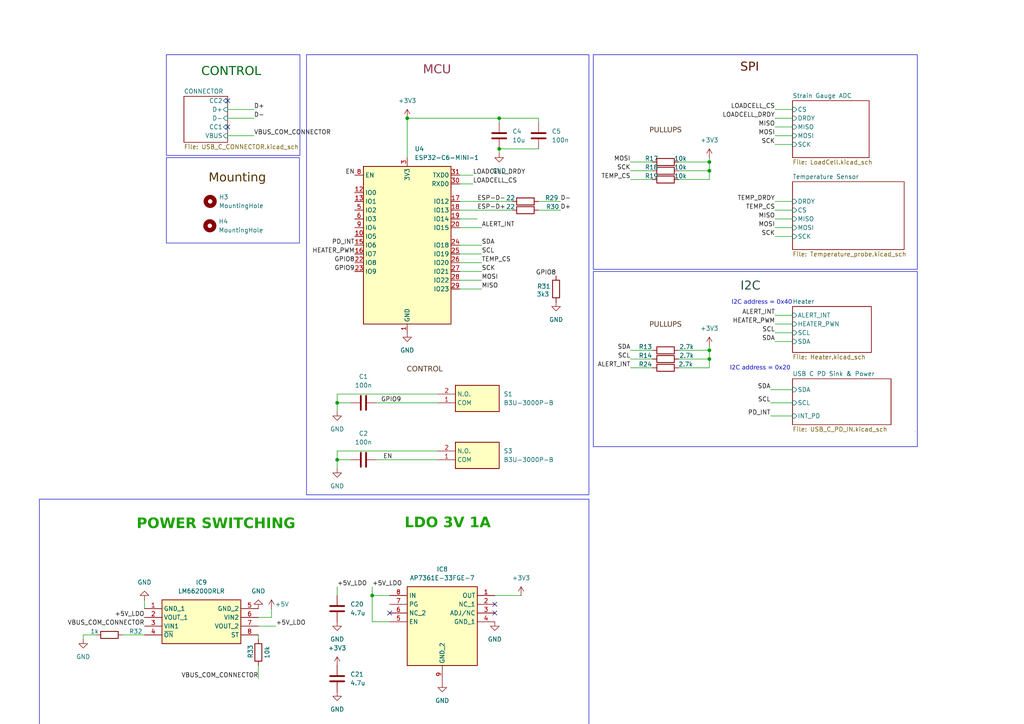
<source format=kicad_sch>
(kicad_sch (version 20250114) (generator "eeschema") (generator_version "9.0")
  (paper "A4")
  (lib_symbols
    (symbol "Device:C" (pin_numbers (hide yes)) (pin_names (offset 0.254))
      (property "Reference" "C" (at 0.635 2.54 0))
      (property "Value" "C" (at 0.635 -2.54 0))
      (symbol "C_0_1"
        (polyline (pts (xy -2.032 0.762) (xy 2.032 0.762)) (stroke (width 0.508)))
        (polyline (pts (xy -2.032 -0.762) (xy 2.032 -0.762)) (stroke (width 0.508)))
      )
      (symbol "C_1_1"
        (pin passive line (at 0 3.81 270) (length 2.794) (name "~") (number "1"))
        (pin passive line (at 0 -3.81 90) (length 2.794) (name "~") (number "2"))
      )
    )
    (symbol "Device:R" (pin_numbers (hide yes)) (pin_names (offset 0))
      (property "Reference" "R" (at 2.032 0 90))
      (property "Value" "R" (at 0 0 90))
      (symbol "R_0_1"
        (rectangle (start -1.016 -2.54) (end 1.016 2.54) (stroke (width 0.254)))
      )
      (symbol "R_1_1"
        (pin passive line (at 0 3.81 270) (length 1.27) (name "~") (number "1"))
        (pin passive line (at 0 -3.81 90) (length 1.27) (name "~") (number "2"))
      )
    )
    (symbol "Mechanical:MountingHole" (pin_names (offset 1.016)) (in_bom no)
      (property "Reference" "H" (at 0 5.08 0))
      (property "Value" "MountingHole" (at 0 3.175 0))
      (symbol "MountingHole_0_1"
        (circle (center 0 0) (radius 1.27) (stroke (width 1.27)))
      )
    )
    (symbol "RF_Module:ESP32-C6-MINI-1"
      (property "Reference" "U" (at -11.43 24.13 0))
      (property "Value" "ESP32-C6-MINI-1" (at 12.7 24.13 0))
      (symbol "ESP32-C6-MINI-1_0_1"
        (rectangle (start -12.7 22.86) (end 12.7 -22.86) (stroke (width 0.254)) (fill (type background)))
      )
      (symbol "ESP32-C6-MINI-1_1_1"
        (pin input line (at -15.24 20.32 0) (length 2.54) (name "EN") (number "8"))
        (pin bidirectional line (at -15.24 15.24 0) (length 2.54) (name "IO0") (number "12"))
        (pin bidirectional line (at -15.24 12.7 0) (length 2.54) (name "IO1") (number "13"))
        (pin bidirectional line (at -15.24 10.16 0) (length 2.54) (name "IO2") (number "5"))
        (pin bidirectional line (at -15.24 7.62 0) (length 2.54) (name "IO3") (number "6"))
        (pin bidirectional line (at -15.24 5.08 0) (length 2.54) (name "IO4") (number "9"))
        (pin bidirectional line (at -15.24 2.54 0) (length 2.54) (name "IO5") (number "10"))
        (pin bidirectional line (at -15.24 0 0) (length 2.54) (name "IO6") (number "15"))
        (pin bidirectional line (at -15.24 -2.54 0) (length 2.54) (name "IO7") (number "16"))
        (pin bidirectional line (at -15.24 -5.08 0) (length 2.54) (name "IO8") (number "22"))
        (pin bidirectional line (at -15.24 -7.62 0) (length 2.54) (name "IO9") (number "23"))
        (pin no_connect line (at -12.7 -12.7 0) (length 2.54) (hide yes) (name "NC") (number "32"))
        (pin no_connect line (at -12.7 -15.24 0) (length 2.54) (hide yes) (name "NC") (number "33"))
        (pin no_connect line (at -12.7 -17.78 0) (length 2.54) (hide yes) (name "NC") (number "34"))
        (pin no_connect line (at -12.7 -20.32 0) (length 2.54) (hide yes) (name "NC") (number "35"))
        (pin power_in line (at 0 25.4 270) (length 2.54) (name "3V3") (number "3"))
        (pin power_in line (at 0 -25.4 90) (length 2.54) (name "GND") (number "1"))
        (pin passive line (at 0 -25.4 90) (length 2.54) (hide yes) (name "GND") (number "11"))
        (pin passive line (at 0 -25.4 90) (length 2.54) (hide yes) (name "GND") (number "14"))
        (pin passive line (at 0 -25.4 90) (length 2.54) (hide yes) (name "GND") (number "2"))
        (pin passive line (at 0 -25.4 90) (length 2.54) (hide yes) (name "GND") (number "36"))
        (pin passive line (at 0 -25.4 90) (length 2.54) (hide yes) (name "GND") (number "37"))
        (pin passive line (at 0 -25.4 90) (length 2.54) (hide yes) (name "GND") (number "38"))
        (pin passive line (at 0 -25.4 90) (length 2.54) (hide yes) (name "GND") (number "39"))
        (pin passive line (at 0 -25.4 90) (length 2.54) (hide yes) (name "GND") (number "40"))
        (pin passive line (at 0 -25.4 90) (length 2.54) (hide yes) (name "GND") (number "41"))
        (pin passive line (at 0 -25.4 90) (length 2.54) (hide yes) (name "GND") (number "42"))
        (pin passive line (at 0 -25.4 90) (length 2.54) (hide yes) (name "GND") (number "43"))
        (pin passive line (at 0 -25.4 90) (length 2.54) (hide yes) (name "GND") (number "44"))
        (pin passive line (at 0 -25.4 90) (length 2.54) (hide yes) (name "GND") (number "45"))
        (pin passive line (at 0 -25.4 90) (length 2.54) (hide yes) (name "GND") (number "46"))
        (pin passive line (at 0 -25.4 90) (length 2.54) (hide yes) (name "GND") (number "47"))
        (pin passive line (at 0 -25.4 90) (length 2.54) (hide yes) (name "GND") (number "48"))
        (pin passive line (at 0 -25.4 90) (length 2.54) (hide yes) (name "GND") (number "49"))
        (pin passive line (at 0 -25.4 90) (length 2.54) (hide yes) (name "GND") (number "50"))
        (pin passive line (at 0 -25.4 90) (length 2.54) (hide yes) (name "GND") (number "51"))
        (pin passive line (at 0 -25.4 90) (length 2.54) (hide yes) (name "GND") (number "52"))
        (pin passive line (at 0 -25.4 90) (length 2.54) (hide yes) (name "GND") (number "53"))
        (pin no_connect line (at 12.7 -15.24 180) (length 2.54) (hide yes) (name "NC") (number "4"))
        (pin no_connect line (at 12.7 -17.78 180) (length 2.54) (hide yes) (name "NC") (number "7"))
        (pin no_connect line (at 12.7 -20.32 180) (length 2.54) (hide yes) (name "NC") (number "21"))
        (pin bidirectional line (at 15.24 20.32 180) (length 2.54) (name "TXD0") (number "31"))
        (pin bidirectional line (at 15.24 17.78 180) (length 2.54) (name "RXD0") (number "30"))
        (pin bidirectional line (at 15.24 12.7 180) (length 2.54) (name "IO12") (number "17"))
        (pin bidirectional line (at 15.24 10.16 180) (length 2.54) (name "IO13") (number "18"))
        (pin bidirectional line (at 15.24 7.62 180) (length 2.54) (name "IO14") (number "19"))
        (pin bidirectional line (at 15.24 5.08 180) (length 2.54) (name "IO15") (number "20"))
        (pin bidirectional line (at 15.24 0 180) (length 2.54) (name "IO18") (number "24"))
        (pin bidirectional line (at 15.24 -2.54 180) (length 2.54) (name "IO19") (number "25"))
        (pin bidirectional line (at 15.24 -5.08 180) (length 2.54) (name "IO20") (number "26"))
        (pin bidirectional line (at 15.24 -7.62 180) (length 2.54) (name "IO21") (number "27"))
        (pin bidirectional line (at 15.24 -10.16 180) (length 2.54) (name "IO22") (number "28"))
        (pin bidirectional line (at 15.24 -12.7 180) (length 2.54) (name "IO23") (number "29"))
      )
    )
    (symbol "Symbols:AP7361E-33FGE-7"
      (property "Reference" "IC" (at 26.67 7.62 0))
      (property "Value" "AP7361E-33FGE-7" (at 26.67 5.08 0))
      (symbol "AP7361E-33FGE-7_1_1"
        (rectangle (start 5.08 2.54) (end 25.4 -20.32) (stroke (width 0.254)) (fill (type background)))
        (pin passive line (at 0 0 0) (length 5.08) (name "OUT") (number "1"))
        (pin passive line (at 0 -2.54 0) (length 5.08) (name "NC_1") (number "2"))
        (pin passive line (at 0 -5.08 0) (length 5.08) (name "ADJ/NC") (number "3"))
        (pin passive line (at 0 -7.62 0) (length 5.08) (name "GND_1") (number "4"))
        (pin passive line (at 15.24 -25.4 90) (length 5.08) (name "GND_2") (number "9"))
        (pin passive line (at 30.48 0 180) (length 5.08) (name "IN") (number "8"))
        (pin passive line (at 30.48 -2.54 180) (length 5.08) (name "PG") (number "7"))
        (pin passive line (at 30.48 -5.08 180) (length 5.08) (name "NC_2") (number "6"))
        (pin passive line (at 30.48 -7.62 180) (length 5.08) (name "EN") (number "5"))
      )
    )
    (symbol "Symbols:B3U-3000P-B"
      (property "Reference" "S" (at 19.05 7.62 0))
      (property "Value" "B3U-3000P-B" (at 19.05 5.08 0))
      (symbol "B3U-3000P-B_1_1"
        (rectangle (start 5.08 2.54) (end 17.78 -5.08) (stroke (width 0.254)) (fill (type background)))
        (pin passive line (at 0 0 0) (length 5.08) (name "N.O.") (number "2"))
        (pin passive line (at 0 -2.54 0) (length 5.08) (name "COM") (number "1"))
      )
    )
    (symbol "Symbols:LM66200DRLR"
      (property "Reference" "IC" (at 29.21 7.62 0))
      (property "Value" "LM66200DRLR" (at 29.21 5.08 0))
      (symbol "LM66200DRLR_1_1"
        (rectangle (start 5.08 2.54) (end 27.94 -10.16) (stroke (width 0.254)) (fill (type background)))
        (pin passive line (at 0 0 0) (length 5.08) (name "GND_1") (number "1"))
        (pin passive line (at 0 -2.54 0) (length 5.08) (name "VOUT_1") (number "2"))
        (pin passive line (at 0 -5.08 0) (length 5.08) (name "VIN1") (number "3"))
        (pin passive line (at 0 -7.62 0) (length 5.08) (name "~{ON}") (number "4"))
        (pin passive line (at 33.02 0 180) (length 5.08) (name "GND_2") (number "5"))
        (pin passive line (at 33.02 -2.54 180) (length 5.08) (name "VIN2") (number "6"))
        (pin passive line (at 33.02 -5.08 180) (length 5.08) (name "VOUT_2") (number "7"))
        (pin passive line (at 33.02 -7.62 180) (length 5.08) (name "ST") (number "8"))
      )
    )
    (symbol "power:+3V3" (power) (pin_numbers (hide yes)) (pin_names (offset 0) (hide yes))
      (property "Value" "+3V3" (at 0 3.556 0))
      (symbol "+3V3_0_1"
        (polyline (pts (xy -0.762 1.27) (xy 0 2.54)))
        (polyline (pts (xy 0 2.54) (xy 0.762 1.27)))
        (polyline (pts (xy 0 0) (xy 0 2.54)))
      )
      (symbol "+3V3_1_1"
        (pin power_in line (at 0 0 90) (length 0) (name "~") (number "1"))
      )
    )
    (symbol "power:+5V" (power) (pin_numbers (hide yes)) (pin_names (offset 0) (hide yes))
      (property "Value" "+5V" (at 0 3.556 0))
      (symbol "+5V_0_1"
        (polyline (pts (xy -0.762 1.27) (xy 0 2.54)))
        (polyline (pts (xy 0 2.54) (xy 0.762 1.27)))
        (polyline (pts (xy 0 0) (xy 0 2.54)))
      )
      (symbol "+5V_1_1"
        (pin power_in line (at 0 0 90) (length 0) (name "~") (number "1"))
      )
    )
    (symbol "power:GND" (power) (pin_numbers (hide yes)) (pin_names (offset 0) (hide yes))
      (property "Value" "GND" (at 0 -3.81 0))
      (symbol "GND_0_1"
        (polyline (pts (xy 0 0) (xy 0 -1.27) (xy 1.27 -1.27) (xy 0 -2.54) (xy -1.27 -1.27) (xy 0 -1.27)))
      )
      (symbol "GND_1_1"
        (pin power_in line (at 0 0 270) (length 0) (name "~") (number "1"))
      )
    )
  )
  (rectangle (start 48.26 15.875) (end 86.995 45.085))
  (rectangle (start 48.26 45.72) (end 86.86 70.485))
  (rectangle (start 172.085 78.74) (end 266.065 129.54))
  (rectangle (start 88.9 15.875) (end 170.815 143.51))
  (rectangle (start 11.43 144.78) (end 170.815 212.725))
  (rectangle (start 265.43 125.095) (end 265.43 125.095))
  (rectangle (start 172.085 15.875) (end 266.065 78.105))
  (text "SPI" (at 217.424 20.32 0) (effects (font (size 2.54 2.54))))
  (text "I2C address = 0x20" (at 220.472 107.188 0) (effects (font (size 1.27 1.27))))
  (text "MCU" (at 126.746 21.082 0) (effects (font (size 2.54 2.54))))
  (text "CONTROL" (at 123.19 107.696 0) (effects (font (size 1.524 1.524))))
  (text "PULLUPS" (at 193.04 94.742 0) (effects (font (size 1.524 1.524))))
  (text "POWER SWITCHING" (at 39.624 154.686 0) (effects (font (size 3 3) (thickness 0.6) (bold yes)) (justify left bottom)))
  (text "Mounting" (at 68.834 52.451 0) (effects (font (size 2.54 2.54))))
  (text "PULLUPS" (at 193.04 38.354 0) (effects (font (size 1.524 1.524))))
  (text "I2C address = 0x40" (at 220.98 88.138 0) (effects (font (size 1.27 1.27))))
  (text "I2C" (at 217.678 83.82 0) (effects (font (size 2.54 2.54))))
  (text "LDO 3V 1A\n" (at 117.348 154.432 0) (effects (font (size 3 3) (thickness 0.6) (bold yes)) (justify left bottom)))
  (text "CONTROL\n" (at 67.056 21.59 0) (effects (font (size 2.54 2.54))))
  (junction (at 205.74 49.53))
  (junction (at 97.79 116.84))
  (junction (at 107.95 172.72))
  (junction (at 97.79 133.35))
  (junction (at 144.78 34.29))
  (junction (at 118.11 34.29))
  (junction (at 205.74 101.6))
  (junction (at 205.74 46.99))
  (junction (at 205.74 104.14))
  (junction (at 144.78 43.18))
  (no_connect (at 143.51 175.26))
  (no_connect (at 143.51 177.8))
  (no_connect (at 66.04 29.21))
  (no_connect (at 113.03 177.8))
  (no_connect (at 66.04 36.83))
  (wire (pts (xy 224.79 31.75) (xy 229.87 31.75)))
  (wire (pts (xy 133.35 66.04) (xy 139.7 66.04)))
  (wire (pts (xy 205.74 49.53) (xy 205.74 46.99)))
  (wire (pts (xy 78.74 176.53) (xy 78.74 179.07)))
  (wire (pts (xy 144.78 34.29) (xy 156.21 34.29)))
  (wire (pts (xy 205.74 52.07) (xy 196.85 52.07)))
  (wire (pts (xy 138.43 63.5) (xy 133.35 63.5)))
  (wire (pts (xy 224.79 99.06) (xy 229.87 99.06)))
  (wire (pts (xy 144.78 34.29) (xy 118.11 34.29)))
  (wire (pts (xy 97.79 170.18) (xy 97.79 172.72)))
  (wire (pts (xy 97.79 114.3) (xy 127 114.3)))
  (wire (pts (xy 162.56 60.96) (xy 156.21 60.96)))
  (wire (pts (xy 133.35 53.34) (xy 137.16 53.34)))
  (wire (pts (xy 224.79 91.44) (xy 229.87 91.44)))
  (wire (pts (xy 182.88 106.68) (xy 189.23 106.68)))
  (wire (pts (xy 107.95 172.72) (xy 113.03 172.72)))
  (wire (pts (xy 223.52 116.84) (xy 229.87 116.84)))
  (wire (pts (xy 156.21 35.56) (xy 156.21 34.29)))
  (wire (pts (xy 113.03 180.34) (xy 107.95 180.34)))
  (wire (pts (xy 137.16 50.8) (xy 133.35 50.8)))
  (wire (pts (xy 133.35 58.42) (xy 148.59 58.42)))
  (wire (pts (xy 224.79 36.83) (xy 229.87 36.83)))
  (wire (pts (xy 162.56 58.42) (xy 156.21 58.42)))
  (wire (pts (xy 97.79 116.84) (xy 101.6 116.84)))
  (wire (pts (xy 133.35 71.12) (xy 139.7 71.12)))
  (wire (pts (xy 66.04 39.37) (xy 73.66 39.37)))
  (wire (pts (xy 144.78 43.18) (xy 156.21 43.18)))
  (wire (pts (xy 224.79 58.42) (xy 229.87 58.42)))
  (wire (pts (xy 182.88 104.14) (xy 189.23 104.14)))
  (wire (pts (xy 74.93 185.42) (xy 74.93 184.15)))
  (wire (pts (xy 182.88 52.07) (xy 189.23 52.07)))
  (wire (pts (xy 109.22 116.84) (xy 127 116.84)))
  (wire (pts (xy 107.95 170.18) (xy 107.95 172.72)))
  (wire (pts (xy 205.74 49.53) (xy 205.74 52.07)))
  (wire (pts (xy 133.35 78.74) (xy 139.7 78.74)))
  (wire (pts (xy 133.35 73.66) (xy 139.7 73.66)))
  (wire (pts (xy 118.11 34.29) (xy 118.11 45.72)))
  (wire (pts (xy 182.88 49.53) (xy 189.23 49.53)))
  (wire (pts (xy 205.74 106.68) (xy 196.85 106.68)))
  (wire (pts (xy 24.13 184.15) (xy 24.13 185.42)))
  (wire (pts (xy 205.74 104.14) (xy 205.74 106.68)))
  (wire (pts (xy 224.79 93.98) (xy 229.87 93.98)))
  (wire (pts (xy 224.79 63.5) (xy 229.87 63.5)))
  (wire (pts (xy 205.74 104.14) (xy 205.74 101.6)))
  (wire (pts (xy 144.78 44.45) (xy 144.78 43.18)))
  (wire (pts (xy 224.79 39.37) (xy 229.87 39.37)))
  (wire (pts (xy 224.79 66.04) (xy 229.87 66.04)))
  (wire (pts (xy 97.79 116.84) (xy 97.79 114.3)))
  (wire (pts (xy 196.85 104.14) (xy 205.74 104.14)))
  (wire (pts (xy 205.74 101.6) (xy 205.74 100.33)))
  (wire (pts (xy 196.85 46.99) (xy 205.74 46.99)))
  (wire (pts (xy 224.79 60.96) (xy 229.87 60.96)))
  (wire (pts (xy 97.79 130.81) (xy 127 130.81)))
  (wire (pts (xy 66.04 31.75) (xy 73.66 31.75)))
  (wire (pts (xy 66.04 34.29) (xy 73.66 34.29)))
  (wire (pts (xy 182.88 46.99) (xy 189.23 46.99)))
  (wire (pts (xy 74.93 196.85) (xy 74.93 193.04)))
  (wire (pts (xy 224.79 68.58) (xy 229.87 68.58)))
  (wire (pts (xy 196.85 101.6) (xy 205.74 101.6)))
  (wire (pts (xy 224.79 34.29) (xy 229.87 34.29)))
  (wire (pts (xy 196.85 49.53) (xy 205.74 49.53)))
  (wire (pts (xy 78.74 179.07) (xy 74.93 179.07)))
  (wire (pts (xy 133.35 81.28) (xy 139.7 81.28)))
  (wire (pts (xy 224.79 41.91) (xy 229.87 41.91)))
  (wire (pts (xy 133.35 60.96) (xy 148.59 60.96)))
  (wire (pts (xy 139.7 83.82) (xy 133.35 83.82)))
  (wire (pts (xy 107.95 180.34) (xy 107.95 172.72)))
  (wire (pts (xy 97.79 119.38) (xy 97.79 116.84)))
  (wire (pts (xy 151.13 172.72) (xy 143.51 172.72)))
  (wire (pts (xy 97.79 135.89) (xy 97.79 133.35)))
  (wire (pts (xy 41.91 173.99) (xy 41.91 176.53)))
  (wire (pts (xy 224.79 96.52) (xy 229.87 96.52)))
  (wire (pts (xy 27.94 184.15) (xy 24.13 184.15)))
  (wire (pts (xy 109.22 133.35) (xy 127 133.35)))
  (wire (pts (xy 35.56 184.15) (xy 41.91 184.15)))
  (wire (pts (xy 144.78 34.29) (xy 144.78 35.56)))
  (wire (pts (xy 80.01 181.61) (xy 74.93 181.61)))
  (wire (pts (xy 182.88 101.6) (xy 189.23 101.6)))
  (wire (pts (xy 139.7 76.2) (xy 133.35 76.2)))
  (wire (pts (xy 223.52 113.03) (xy 229.87 113.03)))
  (wire (pts (xy 205.74 46.99) (xy 205.74 45.72)))
  (wire (pts (xy 97.79 133.35) (xy 101.6 133.35)))
  (wire (pts (xy 223.52 120.65) (xy 229.87 120.65)))
  (wire (pts (xy 97.79 133.35) (xy 97.79 130.81)))
  (label "D+" (at 162.56 60.96 0))
  (label "VBUS_COM_CONNECTOR" (at 41.91 181.61 180))
  (label "ALERT_INT" (at 224.79 91.44 180))
  (label "GPIO8" (at 161.29 80.01 180))
  (label "PD_INT" (at 102.87 71.12 180))
  (label "SCL" (at 224.79 96.52 180))
  (label "ESP-D-" (at 138.43 58.42 0))
  (label "D+" (at 73.66 31.75 0))
  (label "SCK" (at 224.79 68.58 180))
  (label "SDA" (at 182.88 101.6 180))
  (label "GPIO9" (at 110.49 116.84 0))
  (label "TEMP_DRDY" (at 224.79 58.42 180))
  (label "EN" (at 102.87 50.8 180))
  (label "HEATER_PWM" (at 102.87 73.66 180))
  (label "ALERT_INT" (at 182.88 106.68 180))
  (label "SCL" (at 223.52 116.84 180))
  (label "SCK" (at 224.79 41.91 180))
  (label "MOSI" (at 182.88 46.99 180))
  (label "LOADCELL_DRDY" (at 224.79 34.29 180))
  (label "SCL" (at 182.88 104.14 180))
  (label "MISO" (at 224.79 36.83 180))
  (label "MOSI" (at 224.79 66.04 180))
  (label "TEMP_CS" (at 139.7 76.2 0))
  (label "SDA" (at 224.79 99.06 180))
  (label "+5V_LDO" (at 97.79 170.18 0))
  (label "PD_INT" (at 223.52 120.65 180))
  (label "ESP-D+" (at 138.43 60.96 0))
  (label "MISO" (at 139.7 83.82 0))
  (label "LOADCELL_CS" (at 224.79 31.75 180))
  (label "VBUS_COM_CONNECTOR" (at 73.66 39.37 0))
  (label "VBUS_COM_CONNECTOR" (at 74.93 196.85 180))
  (label "TEMP_CS" (at 224.79 60.96 180))
  (label "LOADCELL_CS" (at 137.16 53.34 0))
  (label "SCK" (at 139.7 78.74 0))
  (label "D-" (at 162.56 58.42 0))
  (label "MOSI" (at 224.79 39.37 180))
  (label "+5V_LDO" (at 107.95 170.18 0))
  (label "LOADCELL_DRDY" (at 137.16 50.8 0))
  (label "+5V_LDO" (at 41.91 179.07 180))
  (label "SCK" (at 182.88 49.53 180))
  (label "SDA" (at 139.7 71.12 0))
  (label "TEMP_CS" (at 182.88 52.07 180))
  (label "MISO" (at 224.79 63.5 180))
  (label "+5V_LDO" (at 80.01 181.61 0))
  (label "EN" (at 111.125 133.35 0))
  (label "ALERT_INT" (at 139.7 66.04 0))
  (label "GPIO9" (at 102.87 78.74 180))
  (label "D-" (at 73.66 34.29 0))
  (label "HEATER_PWM" (at 224.79 93.98 180))
  (label "MOSI" (at 139.7 81.28 0))
  (label "SCL" (at 139.7 73.66 0))
  (label "SDA" (at 223.52 113.03 180))
  (label "GPIO8" (at 102.87 76.2 180))
  (symbol (lib_id "power:GND") (at 97.79 119.38 0) (unit 1)
    (property "Reference" "#PWR05" (effects (hide yes)))
    (property "Value" "GND" (at 97.79 124.46 0))
    (property "Description" "Power symbol creates a global label with name \"GND\" , ground" (effects (hide yes)))
  )
  (symbol (lib_id "Device:C") (at 144.78 39.37 0) (unit 1)
    (property "Reference" "C4" (at 148.59 38.0999 0) (effects (justify left)))
    (property "Value" "10u" (at 148.59 40.6399 0) (effects (justify left)))
    (property "Footprint" "Capacitor_SMD:C_0402_1005Metric" (effects (hide yes)))
    (property "Description" "Unpolarized capacitor" (effects (hide yes)))
    (property "MPN" "GPC0402106-6.3" (effects (hide yes)))
  )
  (symbol (lib_id "power:GND") (at 143.51 180.34 0) (unit 1)
    (property "Reference" "#PWR072" (effects (hide yes)))
    (property "Value" "GND" (at 143.51 185.42 0))
    (property "Description" "Power symbol creates a global label with name \"GND\" , ground" (effects (hide yes)))
  )
  (symbol (lib_id "Device:R") (at 161.29 83.82 0) (mirror y) (unit 1)
    (property "Reference" "R31" (at 157.734 83.058 0))
    (property "Value" "3k3" (at 157.48 85.344 0))
    (property "Footprint" "Resistor_SMD:R_0201_0603Metric" (effects (hide yes)))
    (property "Description" "Resistor" (effects (hide yes)))
    (property "GPN" "GPR020110K" (effects (hide yes)))
  )
  (symbol (lib_id "power:+5V") (at 97.79 193.04 0) (unit 1)
    (property "Reference" "#PWR074" (effects (hide yes)))
    (property "Value" "+3V3" (at 97.79 187.96 0))
    (property "Description" "Power symbol creates a global label with name \"+5V\"" (effects (hide yes)))
  )
  (symbol (lib_id "Mechanical:MountingHole") (at 60.96 58.42 0) (unit 1) (in_bom no)
    (property "Reference" "H3" (at 63.5 57.1499 0) (effects (justify left)))
    (property "Value" "MountingHole" (at 63.5 59.6899 0) (effects (justify left)))
    (property "Footprint" "MountingHole:MountingHole_2.2mm_M2" (effects (hide yes)))
    (property "Description" "Mounting Hole without connection" (effects (hide yes)))
  )
  (symbol (lib_id "RF_Module:ESP32-C6-MINI-1") (at 118.11 71.12 0) (unit 1)
    (property "Reference" "U4" (at 120.2533 43.18 0) (effects (justify left)))
    (property "Value" "ESP32-C6-MINI-1" (at 120.2533 45.72 0) (effects (justify left)))
    (property "Footprint" "RF_Module:ESP32-C6-MINI-1" (effects (hide yes)))
    (property "Datasheet" "https://www.espressif.com/sites/default/files/documentation/esp32-c6-mini-1_mini-1u_datasheet_en.pdf" (effects (hide yes)))
    (property "Description" "RF Module, ESP32-C6 SoC, Wi-Fi 802.11b/g/n/ax, Bluetooth, BLE, Zigbee, Thread, 32-bit, 3.3V, SMD, onboard antenna" (effects (hide yes)))
    (property "Mouser" "356-ESP32C6MINI1-H4 " (effects (hide yes)))
    (property "Digikey" "1965-ESP32-C6-MINI-1-H4TR-ND" (effects (hide yes)))
    (property "MPN" "ESP32-C6-MINI-1-H4" (effects (hide yes)))
  )
  (symbol (lib_id "Device:R") (at 152.4 58.42 270) (mirror x) (unit 1)
    (property "Reference" "R29" (at 160.02 57.404 90))
    (property "Value" "22" (at 148.082 57.404 90))
    (property "Footprint" "Resistor_SMD:R_0201_0603Metric" (effects (hide yes)))
    (property "Description" "Resistor" (effects (hide yes)))
    (property "GPN" "GPR020110K" (effects (hide yes)))
  )
  (symbol (lib_id "power:GND") (at 97.79 200.66 0) (unit 1)
    (property "Reference" "#PWR076" (effects (hide yes)))
    (property "Value" "GND" (at 97.79 205.74 0))
    (property "Description" "Power symbol creates a global label with name \"GND\" , ground" (effects (hide yes)))
  )
  (symbol (lib_id "Device:C") (at 156.21 39.37 0) (unit 1)
    (property "Reference" "C5" (at 160.02 38.0999 0) (effects (justify left)))
    (property "Value" "100n" (at 160.02 40.6399 0) (effects (justify left)))
    (property "Footprint" "Capacitor_SMD:C_0402_1005Metric" (effects (hide yes)))
    (property "Description" "Unpolarized capacitor" (effects (hide yes)))
    (property "GPN" "GPC0402104-16" (effects (hide yes)))
  )
  (symbol (lib_id "Device:R") (at 193.04 46.99 90) (unit 1)
    (property "Reference" "R17" (at 188.976 45.974 90))
    (property "Value" "10k" (at 197.358 45.974 90))
    (property "Footprint" "Resistor_SMD:R_0201_0603Metric" (effects (hide yes)))
    (property "Description" "Resistor" (effects (hide yes)))
    (property "GPN" "GPR020110K" (effects (hide yes)))
  )
  (symbol (lib_id "Device:R") (at 193.04 104.14 90) (unit 1)
    (property "Reference" "R14" (at 187.198 103.124 90))
    (property "Value" "2.7k" (at 199.136 103.124 90))
    (property "Footprint" "Resistor_SMD:R_0201_0603Metric" (effects (hide yes)))
    (property "Description" "Resistor" (effects (hide yes)))
    (property "GPN" "GPR04022K7" (effects (hide yes)))
  )
  (symbol (lib_id "power:+5V") (at 78.74 176.53 0) (unit 1)
    (property "Reference" "#PWR080" (effects (hide yes)))
    (property "Value" "+5V" (at 81.788 175.26 0))
    (property "Description" "Power symbol creates a global label with name \"+5V\"" (effects (hide yes)))
  )
  (symbol (lib_id "power:GND") (at 97.79 180.34 0) (unit 1)
    (property "Reference" "#PWR075" (effects (hide yes)))
    (property "Value" "GND" (at 97.79 185.42 0))
    (property "Description" "Power symbol creates a global label with name \"GND\" , ground" (effects (hide yes)))
  )
  (symbol (lib_id "Device:C") (at 97.79 196.85 0) (unit 1)
    (property "Reference" "C21" (at 101.6 195.5799 0) (effects (justify left)))
    (property "Value" "4.7u" (at 101.6 198.1199 0) (effects (justify left)))
    (property "Footprint" "Capacitor_SMD:C_0603_1608Metric" (effects (hide yes)))
    (property "Description" "Unpolarized capacitor" (effects (hide yes)))
  )
  (symbol (lib_id "power:GND") (at 24.13 185.42 0) (unit 1)
    (property "Reference" "#PWR082" (effects (hide yes)))
    (property "Value" "GND" (at 24.13 190.5 0))
    (property "Description" "Power symbol creates a global label with name \"GND\" , ground" (effects (hide yes)))
  )
  (symbol (lib_id "power:GND") (at 128.27 198.12 0) (unit 1)
    (property "Reference" "#PWR073" (effects (hide yes)))
    (property "Value" "GND" (at 128.27 203.2 0))
    (property "Description" "Power symbol creates a global label with name \"GND\" , ground" (effects (hide yes)))
  )
  (symbol (lib_id "power:GND") (at 41.91 173.99 180) (unit 1)
    (property "Reference" "#PWR081" (effects (hide yes)))
    (property "Value" "GND" (at 41.91 168.91 0))
    (property "Description" "Power symbol creates a global label with name \"GND\" , ground" (effects (hide yes)))
  )
  (symbol (lib_id "Device:C") (at 105.41 133.35 90) (unit 1)
    (property "Reference" "C2" (at 105.41 125.73 90))
    (property "Value" "100n" (at 105.41 128.27 90))
    (property "Footprint" "Capacitor_SMD:C_0201_0603Metric" (effects (hide yes)))
    (property "Description" "Unpolarized capacitor" (effects (hide yes)))
    (property "MPN" "CL03A104KP3NNNC" (effects (hide yes)))
    (property "JLCPCB Part # " "C49062" (effects (hide yes)))
  )
  (symbol (lib_id "power:GND") (at 74.93 176.53 180) (unit 1)
    (property "Reference" "#PWR083" (effects (hide yes)))
    (property "Value" "GND" (at 74.93 171.45 0))
    (property "Description" "Power symbol creates a global label with name \"GND\" , ground" (effects (hide yes)))
  )
  (symbol (lib_id "Device:R") (at 193.04 49.53 90) (unit 1)
    (property "Reference" "R18" (at 188.976 48.514 90))
    (property "Value" "10k" (at 197.358 48.514 90))
    (property "Footprint" "Resistor_SMD:R_0201_0603Metric" (effects (hide yes)))
    (property "Description" "Resistor" (effects (hide yes)))
    (property "GPN" "GPR020110K" (effects (hide yes)))
  )
  (symbol (lib_id "Device:R") (at 193.04 106.68 90) (unit 1)
    (property "Reference" "R24" (at 187.198 105.664 90))
    (property "Value" "2.7k" (at 198.882 105.664 90))
    (property "Footprint" "Resistor_SMD:R_0201_0603Metric" (effects (hide yes)))
    (property "Description" "Resistor" (effects (hide yes)))
    (property "GPN" "GPR04022K7" (effects (hide yes)))
  )
  (symbol (lib_id "Device:R") (at 193.04 101.6 90) (unit 1)
    (property "Reference" "R13" (at 187.198 100.584 90))
    (property "Value" "2.7k" (at 199.136 100.584 90))
    (property "Footprint" "Resistor_SMD:R_0201_0603Metric" (effects (hide yes)))
    (property "Description" "Resistor" (effects (hide yes)))
    (property "GPN" "GPR04022K7" (effects (hide yes)))
  )
  (symbol (lib_id "Symbols:AP7361E-33FGE-7") (at 143.51 172.72 0) (mirror y) (unit 1)
    (property "Reference" "IC8" (at 128.27 165.1 0))
    (property "Value" "AP7361E-33FGE-7" (at 128.27 167.64 0))
    (property "Footprint" "Footprints:SON65P300X300X63-9N" (effects (hide yes)))
    (property "Datasheet" "https://www.diodes.com/datasheet/download/AP7361E.pdf" (effects (hide yes)))
    (property "Description" "Wide Input Voltage Range: 2.2V to 6.0V  Output Voltage Accuracy: +/-1%  Very Low Dropout Voltage (3.3V): 360mV at 1A Typical  Low Quiescent Current (IQ): 60A Typical  Adjustable Output Voltage Range: 0.8V to 5.0V  Fixed Output Options: 1.0V, 1.2V, 1.5V, 1.8V, 2.5V, 2.8V and 3.3V  High PSRR: 75dB @ 1kHz  Current Limit: 1.5A  Fold-Back Short Circuit Protection: 400mA  Power-Good (PG) Output for Supply Monitoring and for Sequencing of Other Supplies" (effects (hide yes)))
    (property "Height" "0.63" (effects (hide yes)))
    (property "Mouser Part Number" "621-AP7361E-33FGE-7" (effects (hide yes)))
    (property "Mouser Price/Stock" "https://www.mouser.co.uk/ProductDetail/Diodes-Incorporated/AP7361E-33FGE-7?qs=hd1VzrDQEGjeYIMlU6aeYw%3D%3D" (effects (hide yes)))
    (property "Manufacturer_Name" "Diodes Incorporated" (effects (hide yes)))
    (property "Manufacturer_Part_Number" "AP7361E-33FGE-7" (effects (hide yes)))
  )
  (symbol (lib_id "power:+3V3") (at 205.74 100.33 0) (unit 1)
    (property "Reference" "#PWR033" (effects (hide yes)))
    (property "Value" "+3V3" (at 205.74 95.25 0))
    (property "Description" "Power symbol creates a global label with name \"+3V3\"" (effects (hide yes)))
  )
  (symbol (lib_id "Device:C") (at 97.79 176.53 0) (unit 1)
    (property "Reference" "C20" (at 101.6 175.2599 0) (effects (justify left)))
    (property "Value" "4.7u" (at 101.6 177.7999 0) (effects (justify left)))
    (property "Footprint" "Capacitor_SMD:C_0603_1608Metric" (effects (hide yes)))
    (property "Description" "Unpolarized capacitor" (effects (hide yes)))
  )
  (symbol (lib_id "Device:R") (at 193.04 52.07 90) (unit 1)
    (property "Reference" "R19" (at 188.976 51.054 90))
    (property "Value" "10k" (at 197.358 51.054 90))
    (property "Footprint" "Resistor_SMD:R_0201_0603Metric" (effects (hide yes)))
    (property "Description" "Resistor" (effects (hide yes)))
    (property "GPN" "GPR020110K" (effects (hide yes)))
  )
  (symbol (lib_id "power:GND") (at 118.11 96.52 0) (unit 1)
    (property "Reference" "#PWR02" (effects (hide yes)))
    (property "Value" "GND" (at 118.11 101.6 0))
    (property "Description" "Power symbol creates a global label with name \"GND\" , ground" (effects (hide yes)))
  )
  (symbol (lib_id "Symbols:LM66200DRLR") (at 41.91 176.53 0) (unit 1)
    (property "Reference" "IC9" (at 58.42 168.91 0))
    (property "Value" "LM66200DRLR" (at 58.42 171.45 0))
    (property "Footprint" "Footprints:SOTFL50P160X60-8N" (effects (hide yes)))
    (property "Datasheet" "https://www.ti.com/lit/gpn/lm66200" (effects (hide yes)))
    (property "Description" "1.6-V to 5.5-V, 40-m, 2.5-A, low-IQ, dual ideal diode" (effects (hide yes)))
    (property "Height" "0.6" (effects (hide yes)))
    (property "Mouser Part Number" "595-LM66200DRLR" (effects (hide yes)))
    (property "Mouser Price/Stock" "https://www.mouser.co.uk/ProductDetail/Texas-Instruments/LM66200DRLR?qs=Rp5uXu7WBW90hnpZAkIOdQ%3D%3D" (effects (hide yes)))
    (property "Manufacturer_Name" "Texas Instruments" (effects (hide yes)))
    (property "Manufacturer_Part_Number" "LM66200DRLR" (effects (hide yes)))
  )
  (symbol (lib_id "power:+3V3") (at 205.74 45.72 0) (unit 1)
    (property "Reference" "#PWR032" (effects (hide yes)))
    (property "Value" "+3V3" (at 205.74 40.64 0))
    (property "Description" "Power symbol creates a global label with name \"+3V3\"" (effects (hide yes)))
  )
  (symbol (lib_id "power:+5V") (at 151.13 172.72 0) (unit 1)
    (property "Reference" "#PWR071" (effects (hide yes)))
    (property "Value" "+3V3" (at 151.13 167.64 0))
    (property "Description" "Power symbol creates a global label with name \"+5V\"" (effects (hide yes)))
  )
  (symbol (lib_id "Symbols:B3U-3000P-B") (at 127 130.81 0) (unit 1)
    (property "Reference" "S3" (at 146.05 130.8099 0) (effects (justify left)))
    (property "Value" "B3U-3000P-B" (at 146.05 133.3499 0) (effects (justify left)))
    (property "Footprint" "Footprints:B3U3000PB" (effects (hide yes)))
    (property "Datasheet" "https://componentsearchengine.com/Datasheets/2/B3U-3000P-B.pdf" (effects (hide yes)))
    (property "Description" "OMRON - B3U-3000P-B - TACTILE SWITCH, SIDE ACTUATED, SMD" (effects (hide yes)))
    (property "Height" "1.35" (effects (hide yes)))
    (property "Mouser Part Number" "653-B3U-3000P-B" (effects (hide yes)))
    (property "Mouser Price/Stock" "https://www.mouser.co.uk/ProductDetail/Omron-Electronics/B3U-3000P-B?qs=AO7BQMcsEu4JAdtnbsGArA%3D%3D" (effects (hide yes)))
    (property "Manufacturer_Name" "Omron Electronics" (effects (hide yes)))
    (property "MPN" "B3U-3000P-B" (effects (hide yes)))
    (property "Mouser" "653-B3U-3000P-B " (effects (hide yes)))
  )
  (symbol (lib_id "Mechanical:MountingHole") (at 60.8599 65.4856 0) (unit 1) (in_bom no)
    (property "Reference" "H4" (at 63.3999 64.2155 0) (effects (justify left)))
    (property "Value" "MountingHole" (at 63.3999 66.7555 0) (effects (justify left)))
    (property "Footprint" "MountingHole:MountingHole_2.2mm_M2" (effects (hide yes)))
    (property "Description" "Mounting Hole without connection" (effects (hide yes)))
  )
  (symbol (lib_id "power:GND") (at 97.79 135.89 0) (unit 1)
    (property "Reference" "#PWR06" (effects (hide yes)))
    (property "Value" "GND" (at 97.79 140.97 0))
    (property "Description" "Power symbol creates a global label with name \"GND\" , ground" (effects (hide yes)))
  )
  (symbol (lib_id "Device:C") (at 105.41 116.84 90) (unit 1)
    (property "Reference" "C1" (at 105.41 109.22 90))
    (property "Value" "100n" (at 105.41 111.76 90))
    (property "Footprint" "Capacitor_SMD:C_0201_0603Metric" (effects (hide yes)))
    (property "Description" "Unpolarized capacitor" (effects (hide yes)))
    (property "MPN" "CL03A104KP3NNNC" (effects (hide yes)))
    (property "JLCPCB Part # " "C49062" (effects (hide yes)))
  )
  (symbol (lib_id "Symbols:B3U-3000P-B") (at 127 114.3 0) (unit 1)
    (property "Reference" "S1" (at 146.05 114.2999 0) (effects (justify left)))
    (property "Value" "B3U-3000P-B" (at 146.05 116.8399 0) (effects (justify left)))
    (property "Footprint" "Footprints:B3U3000PB" (effects (hide yes)))
    (property "Datasheet" "https://componentsearchengine.com/Datasheets/2/B3U-3000P-B.pdf" (effects (hide yes)))
    (property "Description" "OMRON - B3U-3000P-B - TACTILE SWITCH, SIDE ACTUATED, SMD" (effects (hide yes)))
    (property "Height" "1.35" (effects (hide yes)))
    (property "Mouser Part Number" "653-B3U-3000P-B" (effects (hide yes)))
    (property "Mouser Price/Stock" "https://www.mouser.co.uk/ProductDetail/Omron-Electronics/B3U-3000P-B?qs=AO7BQMcsEu4JAdtnbsGArA%3D%3D" (effects (hide yes)))
    (property "Manufacturer_Name" "Omron Electronics" (effects (hide yes)))
    (property "Manufacturer_Part_Number" "B3U-3000P-B" (effects (hide yes)))
    (property "MPN" "B3U-3000P-B" (effects (hide yes)))
    (property "Mouser" "653-B3U-3000P-B" (effects (hide yes)))
  )
  (symbol (lib_id "Device:R") (at 31.75 184.15 270) (mirror x) (unit 1)
    (property "Reference" "R32" (at 39.37 183.134 90))
    (property "Value" "1k" (at 27.432 183.134 90))
    (property "Footprint" "Resistor_SMD:R_0201_0603Metric" (effects (hide yes)))
    (property "Description" "Resistor" (effects (hide yes)))
    (property "GPN" "GPR02011K" (effects (hide yes)))
  )
  (symbol (lib_id "power:GND") (at 144.78 44.45 0) (unit 1)
    (property "Reference" "#PWR08" (effects (hide yes)))
    (property "Value" "GND" (at 144.78 49.53 0))
    (property "Description" "Power symbol creates a global label with name \"GND\" , ground" (effects (hide yes)))
  )
  (symbol (lib_id "power:GND") (at 161.29 87.63 0) (unit 1)
    (property "Reference" "#PWR077" (effects (hide yes)))
    (property "Value" "GND" (at 161.29 92.71 0))
    (property "Description" "Power symbol creates a global label with name \"GND\" , ground" (effects (hide yes)))
  )
  (symbol (lib_id "power:+3V3") (at 118.11 34.29 0) (unit 1)
    (property "Reference" "#PWR07" (effects (hide yes)))
    (property "Value" "+3V3" (at 118.11 29.21 0))
    (property "Description" "Power symbol creates a global label with name \"+3V3\"" (effects (hide yes)))
  )
  (symbol (lib_id "Device:R") (at 152.4 60.96 270) (mirror x) (unit 1)
    (property "Reference" "R30" (at 160.274 59.944 90))
    (property "Value" "22" (at 148.082 59.944 90))
    (property "Footprint" "Resistor_SMD:R_0201_0603Metric" (effects (hide yes)))
    (property "Description" "Resistor" (effects (hide yes)))
    (property "GPN" "GPR020110K" (effects (hide yes)))
  )
  (symbol (lib_id "Device:R") (at 74.93 189.23 0) (mirror y) (unit 1)
    (property "Reference" "R33" (at 72.644 188.976 90))
    (property "Value" "10k" (at 77.47 189.23 90))
    (property "Footprint" "Resistor_SMD:R_0201_0603Metric" (effects (hide yes)))
    (property "Description" "Resistor" (effects (hide yes)))
    (property "GPN" "GPR020110K" (effects (hide yes)))
  )
  (sheet (at 229.87 29.21) (size 22.225 16.51) (stroke (width 0.1524))
    (property "Sheetname" "Strain Gauge ADC" (at 229.87 28.4984 0) (effects (justify left bottom)))
    (property "Sheetfile" "LoadCell.kicad_sch" (at 229.87 46.3046 0) (effects (justify left top)))
    (pin "CS" input (at 229.87 31.75 180))
    (pin "DRDY" input (at 229.87 34.29 180))
    (pin "MISO" input (at 229.87 36.83 180))
    (pin "MOSI" input (at 229.87 39.37 180))
    (pin "SCK" input (at 229.87 41.91 180))
  )
  (sheet (at 229.87 52.705) (size 32.385 19.685) (stroke (width 0.1524))
    (property "Sheetname" "Temperature Sensor" (at 229.87 51.9934 0) (effects (justify left bottom)))
    (property "Sheetfile" "Temperature_probe.kicad_sch" (at 229.87 72.9746 0) (effects (justify left top)))
    (pin "CS" input (at 229.87 60.96 180))
    (pin "MISO" input (at 229.87 63.5 180))
    (pin "MOSI" input (at 229.87 66.04 180))
    (pin "SCK" input (at 229.87 68.58 180))
    (pin "DRDY" input (at 229.87 58.42 180))
  )
  (sheet (at 229.87 109.855) (size 28.575 13.335) (stroke (width 0.1524))
    (property "Sheetname" "USB C PD Sink & Power" (at 229.87 109.1434 0) (effects (justify left bottom)))
    (property "Sheetfile" "USB_C_PD_IN.kicad_sch" (at 229.87 123.7746 0) (effects (justify left top)))
    (pin "SDA" input (at 229.87 113.03 180))
    (pin "SCL" input (at 229.87 116.84 180))
    (pin "INT_PD" input (at 229.87 120.65 180))
  )
  (sheet (at 229.87 88.9) (size 22.86 13.335) (stroke (width 0.1524))
    (property "Sheetname" "Heater" (at 229.87 88.1884 0) (effects (justify left bottom)))
    (property "Sheetfile" "Heater.kicad_sch" (at 229.87 102.8196 0) (effects (justify left top)))
    (pin "ALERT_INT" input (at 229.87 91.44 180))
    (pin "HEATER_PWN" input (at 229.87 93.98 180))
    (pin "SCL" input (at 229.87 96.52 180))
    (pin "SDA" input (at 229.87 99.06 180))
  )
  (sheet (at 53.34 27.94) (size 12.7 13.335) (stroke (width 0.1524))
    (property "Sheetname" "CONNECTOR" (at 53.34 27.2284 0) (effects (justify left bottom)))
    (property "Sheetfile" "USB_C_CONNECTOR.kicad_sch" (at 53.34 41.8596 0) (effects (justify left top)))
    (pin "D+" input (at 66.04 31.75 0))
    (pin "D-" input (at 66.04 34.29 0))
    (pin "CC2" input (at 66.04 29.21 0))
    (pin "CC1" input (at 66.04 36.83 0))
    (pin "VBUS" input (at 66.04 39.37 0))
  )
)
</source>
